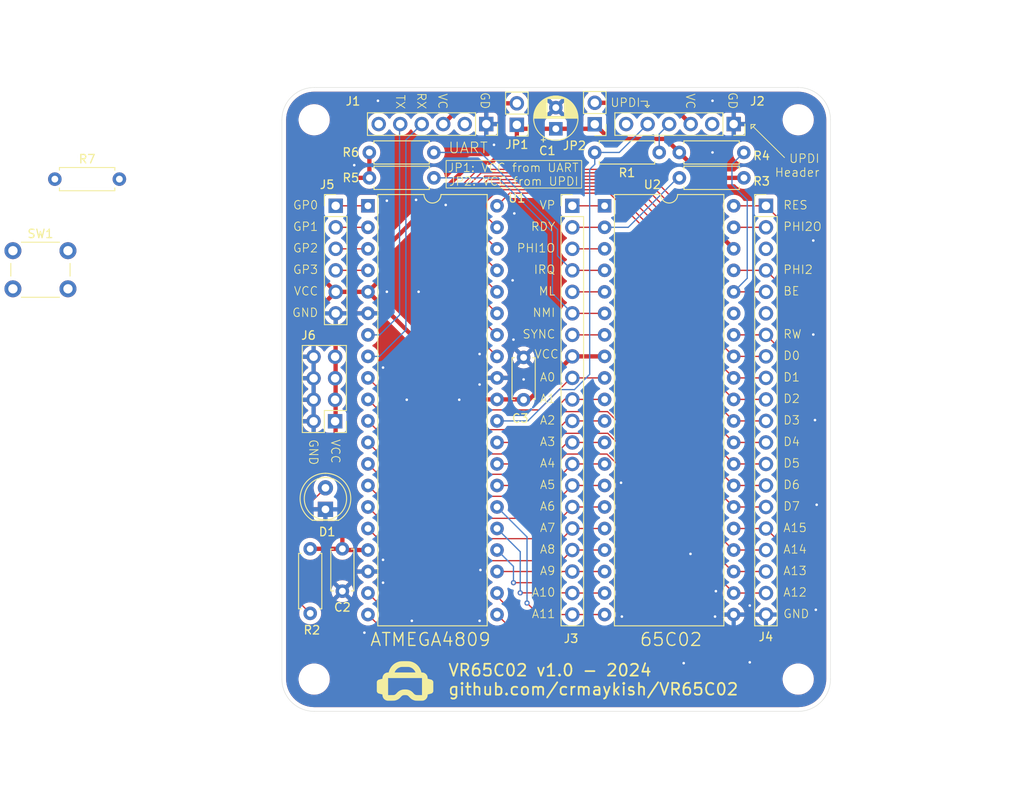
<source format=kicad_pcb>
(kicad_pcb (version 20240108) (generator "pcbnew") (generator_version "8.0")
  (layers (0 "F.Cu" signal) (31 "B.Cu" signal) (34 "B.Paste" user) (35 "F.Paste" user) (36 "B.SilkS" user "B.Silkscreen") (37 "F.SilkS" user "F.Silkscreen") (38 "B.Mask" user) (39 "F.Mask" user) (44 "Edge.Cuts" user))
  (net 0 "")
  (net 1 "GND")
  (net 2 "/A1")
  (net 3 "/D0")
  (net 4 "/D3")
  (net 5 "/A10")
  (net 6 "/A12")
  (net 7 "/D1")
  (net 8 "/A5")
  (net 9 "/D5")
  (net 10 "/A8")
  (net 11 "/A2")
  (net 12 "/A7")
  (net 13 "/A13")
  (net 14 "/A11")
  (net 15 "/A14")
  (net 16 "+5V")
  (net 17 "/A0")
  (net 18 "/A15")
  (net 19 "/A6")
  (net 20 "/D6")
  (net 21 "/D7")
  (net 22 "/D4")
  (net 23 "/D2")
  (net 24 "/A9")
  (net 26 "/A4")
  (net 28 "Net-(J1-Pin_3)")
  (net 30 "/GP0")
  (net 31 "/GP2")
  (net 32 "/A3")
  (net 33 "/GP3")
  (net 34 "/GP1")
  (net 35 "/RES")
  (net 36 "/RW")
  (net 37 "Net-(J2-Pin_3)")
  (net 38 "UPDI")
  (net 41 "/PHI2")
  (net 42 "/BE")
  (net 43 "/PHI2O")
  (net 44 "/ML")
  (net 45 "/RDY")
  (net 46 "/NMI")
  (net 47 "/IRQ")
  (net 49 "/SYNC")
  (net 50 "/VP")
  (net 51 "/PHI1O")
  (net 52 "Net-(D1-A)")
  (net 54 "/TX")
  (net 55 "/RX")
  (net 56 "Net-(J2-Pin_4)")
  (net 57 "/SOFT_RES")
  (footprint "Resistor_THT:R_Axial_DIN0207_L6.3mm_D2.5mm_P7.62mm_Horizontal" (layer "F.Cu") (at 40.8 31.8 180)
    (property "Reference" "R6")
    (property "Value" "4k7")
  )
  (footprint "Button_Switch_THT:SW_PUSH_6mm_H5mm" (layer "F.Cu") (at -8.9 43.4)
    (property "Reference" "SW1")
    (property "Value" "SW_Push")
  )
  (footprint "Capacitor_THT:C_Disc_D4.7mm_W2.5mm_P5.00mm" (layer "F.Cu") (at 30 78.6 -90)
    (property "Reference" "C2")
    (property "Value" "0.1u")
  )
  (footprint "Resistor_THT:R_Axial_DIN0207_L6.3mm_D2.5mm_P7.62mm_Horizontal" (layer "F.Cu") (at 40.81 34.8 180)
    (property "Reference" "R5")
    (property "Value" "4k7")
  )
  (footprint "Capacitor_THT:C_Disc_D4.7mm_W2.5mm_P5.00mm" (layer "F.Cu") (at 51.4 61 90)
    (property "Reference" "C3")
    (property "Value" "0.1u")
  )
  (footprint "Package_DIP:DIP-40_W15.24mm" (layer "F.Cu") (at 33.02 38.1)
    (property "Reference" "U1")
    (property "Value" "ATMEGA4809")
  )
  (footprint "Resistor_THT:R_Axial_DIN0207_L6.3mm_D2.5mm_P7.62mm_Horizontal" (layer "F.Cu") (at 26.2 86.22 90)
    (property "Reference" "R2")
    (property "Value" "470")
  )
  (footprint "MountingHole:MountingHole_3.2mm_M3" (layer "F.Cu") (at 26.67 27.94)
    (property "Reference" "H1" (hide yes))
    (property "Value" "MountingHole")
  )
  (footprint "MountingHole:MountingHole_3.2mm_M3" (layer "F.Cu") (at 83.82 27.94)
    (property "Reference" "H2" (hide yes))
    (property "Value" "MountingHole")
  )
  (footprint "Resistor_THT:R_Axial_DIN0207_L6.3mm_D2.5mm_P7.62mm_Horizontal" (layer "F.Cu") (at 77.4 31.8 180)
    (property "Reference" "R4")
    (property "Value" "4k7")
  )
  (footprint "Resistor_THT:R_Axial_DIN0207_L6.3mm_D2.5mm_P7.62mm_Horizontal" (layer "F.Cu") (at -3.95 34.95)
    (property "Reference" "R7")
    (property "Value" "10k")
  )
  (footprint "Resistor_THT:R_Axial_DIN0207_L6.3mm_D2.5mm_P7.62mm_Horizontal" (layer "F.Cu") (at 69.79 34.8)
    (property "Reference" "R3")
    (property "Value" "4k7")
  )
  (footprint "Connector_PinHeader_2.54mm:PinHeader_1x06_P2.54mm_Vertical" (layer "F.Cu") (at 29.21 38.1)
    (property "Reference" "J5")
    (property "Value" "Conn_01x06")
  )
  (footprint "Connector_PinHeader_2.54mm:PinHeader_1x02_P2.54mm_Vertical" (layer "F.Cu") (at 50.6 28.54 180)
    (property "Reference" "JP1")
    (property "Value" "Jumper_2_Open")
  )
  (footprint "Connector_PinHeader_2.54mm:PinHeader_1x02_P2.54mm_Vertical" (layer "F.Cu") (at 59.8 28.475 180)
    (property "Reference" "JP2")
    (property "Value" "Jumper_2_Open")
  )
  (footprint "MountingHole:MountingHole_3.2mm_M3" (layer "F.Cu") (at 26.67 93.98)
    (property "Reference" "H3" (hide yes))
    (property "Value" "MountingHole")
  )
  (footprint "Connector_PinSocket_2.54mm:PinSocket_1x06_P2.54mm_Vertical" (layer "F.Cu") (at 46.99 28.448 -90)
    (property "Reference" "J1")
    (property "Value" "Conn_01x06")
  )
  (footprint "Resistor_THT:R_Axial_DIN0207_L6.3mm_D2.5mm_P7.62mm_Horizontal" (layer "F.Cu") (at 59.79 31.8)
    (property "Reference" "R1")
    (property "Value" "4k7")
  )
  (footprint "LED_THT:LED_D5.0mm" (layer "F.Cu") (at 28 73.94 90)
    (property "Reference" "D1")
    (property "Value" "LED")
  )
  (footprint "Connector_PinHeader_2.54mm:PinHeader_2x04_P2.54mm_Vertical" (layer "F.Cu") (at 29.14 63.54 180)
    (property "Reference" "J6")
    (property "Value" "Conn_02x04_Odd_Even")
  )
  (footprint "Connector_PinHeader_2.54mm:PinHeader_1x20_P2.54mm_Vertical" (layer "F.Cu") (at 57.15 38.1)
    (property "Reference" "J3")
    (property "Value" "Conn_01x20")
  )
  (footprint "Package_DIP:DIP-40_W15.24mm" (layer "F.Cu") (at 60.96 38.1)
    (property "Reference" "U2")
    (property "Value" "W65C02")
  )
  (footprint "Capacitor_THT:CP_Radial_D5.0mm_P2.50mm" (layer "F.Cu") (at 55.2 29.005112 90)
    (property "Reference" "C1")
    (property "Value" "10u")
  )
  (footprint "MountingHole:MountingHole_3.2mm_M3" (layer "F.Cu") (at 83.82 93.98)
    (property "Reference" "H4" (hide yes))
    (property "Value" "MountingHole")
  )
  (footprint "Connector_PinSocket_2.54mm:PinSocket_1x06_P2.54mm_Vertical" (layer "F.Cu") (at 76.2 28.448 -90)
    (property "Reference" "J2")
    (property "Value" "Conn_01x06")
  )
  (footprint "LOGO" (layer "F.Cu") (at 37.4 94.2)
    (property "Reference" "G***" (hide yes))
    (property "Value" "LOGO" (hide yes))
  )
  (footprint "Connector_PinHeader_2.54mm:PinHeader_1x20_P2.54mm_Vertical" (layer "F.Cu") (at 80.01 38.1)
    (property "Reference" "J4")
    (property "Value" "Conn_01x20")
  )
  (gr_line (start 78.5 28.75) (end 82.2 32.4) (stroke (width 0.1)) (layer "F.SilkS"))
  (gr_line (start 65.75 26.25) (end 66 26.5) (stroke (width 0.1)) (layer "F.SilkS"))
  (gr_line (start 65.25 25.75) (end 66 25.75) (stroke (width 0.1)) (layer "F.SilkS"))
  (gr_line (start 66 25.75) (end 66 26.25) (stroke (width 0.1)) (layer "F.SilkS"))
  (gr_rect (start 42.25 32.75) (end 58.25 36) (stroke (width 0.1)) (fill none) (layer "F.SilkS"))
  (gr_line (start 78.75 28.5) (end 78.25 29) (stroke (width 0.1)) (layer "F.SilkS"))
  (gr_line (start 78.25 28.5) (end 78.75 28.5) (stroke (width 0.1)) (layer "F.SilkS"))
  (gr_line (start 66.25 26.25) (end 65.75 26.25) (stroke (width 0.1)) (layer "F.SilkS"))
  (gr_line (start 78.25 29) (end 78.25 28.5) (stroke (width 0.1)) (layer "F.SilkS"))
  (gr_line (start 66 26.5) (end 66.25 26.25) (stroke (width 0.1)) (layer "F.SilkS"))
  (gr_line (start 83.82 97.79) (end 26.67 97.79) (stroke (width 0.05)) (layer "Edge.Cuts"))
  (gr_arc (start 26.67 97.79) (mid 23.975923 96.674077) (end 22.86 93.98) (stroke (width 0.05)) (layer "Edge.Cuts"))
  (gr_arc (start 87.63 93.98) (mid 86.514077 96.674077) (end 83.82 97.79) (stroke (width 0.05)) (layer "Edge.Cuts"))
  (gr_line (start 87.63 27.94) (end 87.63 93.98) (stroke (width 0.05)) (layer "Edge.Cuts"))
  (gr_arc (start 22.86 27.94) (mid 23.975923 25.245923) (end 26.67 24.13) (stroke (width 0.05)) (layer "Edge.Cuts"))
  (gr_line (start 22.86 93.98) (end 22.86 27.94) (stroke (width 0.05)) (layer "Edge.Cuts"))
  (gr_line (start 26.67 24.13) (end 83.82 24.13) (stroke (width 0.05)) (layer "Edge.Cuts"))
  (gr_arc (start 83.82 24.13) (mid 86.514077 25.245923) (end 87.63 27.94) (stroke (width 0.05)) (layer "Edge.Cuts"))
  (gr_text "D4" (at 82 66.54 0) (layer "F.SilkS") (effects (font (size 1 1) (thickness 0.1)) (justify left bottom)))
  (gr_text "RX" (at 38.75 26.75 270) (layer "F.SilkS") (effects (font (size 1 1) (thickness 0.1)) (justify right bottom)))
  (gr_text "IRQ" (at 55.2 46.22 0) (layer "F.SilkS") (effects (font (size 1 1) (thickness 0.1)) (justify right bottom)))
  (gr_text "VP" (at 55.2 38.6 0) (layer "F.SilkS") (effects (font (size 1 1) (thickness 0.1)) (justify right bottom)))
  (gr_text "TX" (at 36.25 26.75 -90) (layer "F.SilkS") (effects (font (size 1 1) (thickness 0.1)) (justify right bottom)))
  (gr_text "NMI" (at 55.2 51.3 0) (layer "F.SilkS") (effects (font (size 1 1) (thickness 0.1)) (justify right bottom)))
  (gr_text "GP2" (at 27.2 43.68 0) (layer "F.SilkS") (effects (font (size 1 1) (thickness 0.1)) (justify right bottom)))
  (gr_text "D3" (at 82 64 0) (layer "F.SilkS") (effects (font (size 1 1) (thickness 0.1)) (justify left bottom)))
  (gr_text "A0" (at 55.2 58.92 0) (layer "F.SilkS") (effects (font (size 1 1) (thickness 0.1)) (justify right bottom)))
  (gr_text "A10" (at 55.2 84.32 0) (layer "F.SilkS") (effects (font (size 1 1) (thickness 0.1)) (justify right bottom)))
  (gr_text "GP0" (at 27.2 38.6 0) (layer "F.SilkS") (effects (font (size 1 1) (thickness 0.1)) (justify right bottom)))
  (gr_text "GP3" (at 27.2 46.22 0) (layer "F.SilkS") (effects (font (size 1 1) (thickness 0.1)) (justify right bottom)))
  (gr_text "VC" (at 41.25 26.75 270) (layer "F.SilkS") (effects (font (size 1 1) (thickness 0.1)) (justify right bottom)))
  (gr_text "GD" (at 75.5 26.75 270) (layer "F.SilkS") (effects (font (size 1 1) (thickness 0.1)) (justify right bottom)))
  (gr_text "A2" (at 55.2 64 0) (layer "F.SilkS") (effects (font (size 1 1) (thickness 0.1)) (justify right bottom)))
  (gr_text "RW" (at 82 53.84 0) (layer "F.SilkS") (effects (font (size 1 1) (thickness 0.1)) (justify left bottom)))
  (gr_text "A1" (at 55.2 61.46 0) (layer "F.SilkS") (effects (font (size 1 1) (thickness 0.1)) (justify right bottom)))
  (gr_text "A5" (at 55.2 71.62 0) (layer "F.SilkS") (effects (font (size 1 1) (thickness 0.1)) (justify right bottom)))
  (gr_text "A7" (at 55.2 76.7 0) (layer "F.SilkS") (effects (font (size 1 1) (thickness 0.1)) (justify right bottom)))
  (gr_text "UPDI\nHeader" (at 86.4 34.75 0) (layer "F.SilkS") (effects (font (size 1.016 1.016) (thickness 0.1)) (justify right bottom)))
  (gr_text "PHI2O" (at 82 41.14 0) (layer "F.SilkS") (effects (font (size 1 1) (thickness 0.1)) (justify left bottom)))
  (gr_text "VR65C02 v1.0 - 2024\ngithub.com/crmaykish/VR65C02" (at 42.4 96 0) (layer "F.SilkS") (effects (font (size 1.397 1.397) (thickness 0.2032)) (justify left bottom)))
  (gr_text "VC" (at 70.5 26.75 270) (layer "F.SilkS") (effects (font (size 1 1) (thickness 0.1)) (justify right bottom)))
  (gr_text "VCC" (at 27.2 48.76 0) (layer "F.SilkS") (effects (font (size 1 1) (thickness 0.1)) (justify right bottom)))
  (gr_text "D1" (at 82 58.92 0) (layer "F.SilkS") (effects (font (size 1 1) (thickness 0.1)) (justify left bottom)))
  (gr_text "A15" (at 82 76.7 0) (layer "F.SilkS") (effects (font (size 1 1) (thickness 0.1)) (justify left bottom)))
  (gr_text "D7" (at 82 74.16 0) (layer "F.SilkS") (effects (font (size 1 1) (thickness 0.1)) (justify left bottom)))
  (gr_text "ATMEGA4809" (at 40.4 90.2 0) (layer "F.SilkS") (effects (font (size 1.524 1.524) (thickness 0.1524)) (justify bottom)))
  (gr_text "D2" (at 82 61.46 0) (layer "F.SilkS") (effects (font (size 1 1) (thickness 0.1)) (justify left bottom)))
  (gr_text "A4" (at 55.2 69.08 0) (layer "F.SilkS") (effects (font (size 1 1) (thickness 0.1)) (justify right bottom)))
  (gr_text "ML" (at 55.2 48.76 0) (layer "F.SilkS") (effects (font (size 1 1) (thickness 0.1)) (justify right bottom)))
  (gr_text "RES" (at 82 38.6 0) (layer "F.SilkS") (effects (font (size 1 1) (thickness 0.1)) (justify left bottom)))
  (gr_text "BE" (at 82 48.76 0) (layer "F.SilkS") (effects (font (size 1 1) (thickness 0.1)) (justify left bottom)))
  (gr_text "UPDI" (at 65.25 26.5 0) (layer "F.SilkS") (effects (font (size 1 1) (thickness 0.1)) (justify right bottom)))
  (gr_text "VCC" (at 28.6 65.6 270) (layer "F.SilkS") (effects (font (size 1 1) (thickness 0.1)) (justify left bottom)))
  (gr_text "PHI1O" (at 55.2 43.68 0) (layer "F.SilkS") (effects (font (size 1 1) (thickness 0.1)) (justify right bottom)))
  (gr_text "GP1" (at 27.2 41.14 0) (layer "F.SilkS") (effects (font (size 1 1) (thickness 0.1)) (justify right bottom)))
  (gr_text "JP1: VCC from UART\nJP2: VCC from UPDI\n" (at 57.95 35.8 0) (layer "F.SilkS") (effects (font (size 1 1) (thickness 0.1)) (justify right bottom)))
  (gr_text "SYNC" (at 55.2 53.84 0) (layer "F.SilkS") (effects (font (size 1 1) (thickness 0.1)) (justify right bottom)))
  (gr_text "GND" (at 27.2 51.3 0) (layer "F.SilkS") (effects (font (size 1 1) (thickness 0.1)) (justify right bottom)))
  (gr_text "GND" (at 82 86.86 0) (layer "F.SilkS") (effects (font (size 1 1) (thickness 0.1)) (justify left bottom)))
  (gr_text "A13" (at 82 81.78 0) (layer "F.SilkS") (effects (font (size 1 1) (thickness 0.1)) (justify left bottom)))
  (gr_text "65C02" (at 68.8 90.2 0) (layer "F.SilkS") (effects (font (size 1.524 1.524) (thickness 0.1524)) (justify bottom)))
  (gr_text "D5" (at 82 69.08 0) (layer "F.SilkS") (effects (font (size 1 1) (thickness 0.1)) (justify left bottom)))
  (gr_text "D6" (at 82 71.62 0) (layer "F.SilkS") (effects (font (size 1 1) (thickness 0.1)) (justify left bottom)))
  (gr_text "VCC" (at 55.6 56.2 0) (layer "F.SilkS") (effects (font (size 1 1) (thickness 0.1)) (justify right bottom)))
  (gr_text "RDY" (at 55.2 41.14 0) (layer "F.SilkS") (effects (font (size 1 1) (thickness 0.1)) (justify right bottom)))
  (gr_text "A6" (at 55.2 74.16 0) (layer "F.SilkS") (effects (font (size 1 1) (thickness 0.1)) (justify right bottom)))
  (gr_text "A9" (at 55.2 81.78 0) (layer "F.SilkS") (effects (font (size 1 1) (thickness 0.1)) (justify right bottom)))
  (gr_text "A12" (at 82 84.32 0) (layer "F.SilkS") (effects (font (size 1 1) (thickness 0.1)) (justify left bottom)))
  (gr_text "A8" (at 55.2 79.24 0) (layer "F.SilkS") (effects (font (size 1 1) (thickness 0.1)) (justify right bottom)))
  (gr_text "PHI2" (at 82 46.22 0) (layer "F.SilkS") (effects (font (size 1 1) (thickness 0.1)) (justify left bottom)))
  (gr_text "A3" (at 55.2 66.54 0) (layer "F.SilkS") (effects (font (size 1 1) (thickness 0.1)) (justify right bottom)))
  (gr_text "GND" (at 26 65.6 270) (layer "F.SilkS") (effects (font (size 1 1) (thickness 0.1)) (justify left bottom)))
  (gr_text "UART" (at 47.25 32 0) (layer "F.SilkS") (effects (font (size 1.27 1.27) (thickness 0.1)) (justify right bottom)))
  (gr_text "GD" (at 46.25 26.75 270) (layer "F.SilkS") (effects (font (size 1 1) (thickness 0.1)) (justify right bottom)))
  (gr_text "D0" (at 82 56.38 0) (layer "F.SilkS") (effects (font (size 1 1) (thickness 0.1)) (justify left bottom)))
  (gr_text "A11" (at 55.2 86.86 0) (layer "F.SilkS") (effects (font (size 1 1) (thickness 0.1)) (justify right bottom)))
  (gr_text "A14" (at 82 79.24 0) (layer "F.SilkS") (effects (font (size 1 1) (thickness 0.1)) (justify left bottom)))
  (via (at 46.2 87.1) (size 0.6096) (drill 0.3048) (layers "F.Cu" "B.Cu") (net 1))
  (via (at 42.2 38) (size 0.6096) (drill 0.3048) (layers "F.Cu" "B.Cu") (net 1))
  (via (at 43.8 61) (size 0.6096) (drill 0.3048) (layers "F.Cu" "B.Cu") (net 1))
  (via (at 50.2 53.9) (size 0.6096) (drill 0.3048) (layers "F.Cu" "B.Cu") (net 1))
  (via (at 50.3 39) (size 0.6096) (drill 0.3048) (layers "F.Cu" "B.Cu") (net 1))
  (via (at 74.1 83.6) (size 0.6096) (drill 0.3048) (layers "F.Cu" "B.Cu") (net 1))
  (via (at 46.2 55.6) (size 0.6096) (drill 0.3048) (layers "F.Cu" "B.Cu") (net 1))
  (via (at 62.9 70.8) (size 0.6096) (drill 0.3048) (layers "F.Cu" "B.Cu") (net 1))
  (via (at 35.25 48.25) (size 0.8128) (drill 0.3048) (layers "F.Cu" "B.Cu") (net 1))
  (via (at 34.8 79.9) (size 0.6096) (drill 0.3048) (layers "F.Cu" "B.Cu") (net 1))
  (via (at 34.8 82.6) (size 0.6096) (drill 0.3048) (layers "F.Cu" "B.Cu") (net 1))
  (via (at 71.1 79.2) (size 0.6096) (drill 0.3048) (layers "F.Cu" "B.Cu") (net 1))
  (via (at 38.2 87.1) (size 0.6096) (drill 0.3048) (layers "F.Cu" "B.Cu") (net 1))
  (via (at 85.8 63.4) (size 0.6096) (drill 0.3048) (layers "F.Cu" "B.Cu") (net 1))
  (via (at 34.2 25.7) (size 0.6096) (drill 0.3048) (layers "F.Cu" "B.Cu") (net 1))
  (via (at 74 86.6) (size 0.6096) (drill 0.3048) (layers "F.Cu" "B.Cu") (net 1))
  (via (at 38.7 37.4) (size 0.8128) (drill 0.3048) (layers "F.Cu" "B.Cu") (net 1))
  (via (at 73.7 31.8) (size 0.6096) (drill 0.3048) (layers "F.Cu" "B.Cu") (net 1))
  (via (at 73.7 25.7) (size 0.6096) (drill 0.3048) (layers "F.Cu" "B.Cu") (net 1))
  (via (at 50.1 46.9) (size 0.6096) (drill 0.3048) (layers "F.Cu" "B.Cu") (net 1))
  (via (at 31.4 33.3) (size 0.6096) (drill 0.3048) (layers "F.Cu" "B.Cu") (net 1))
  (via (at 78.1 85.3) (size 0.6096) (drill 0.3048) (layers "F.Cu" "B.Cu") (net 1))
  (via (at 63 86.6) (size 0.6096) (drill 0.3048) (layers "F.Cu" "B.Cu") (net 1))
  (via (at 46.3 81.1) (size 0.6096) (drill 0.3048) (layers "F.Cu" "B.Cu") (net 1))
  (via (at 85.9 85.8) (size 0.6096) (drill 0.3048) (layers "F.Cu" "B.Cu") (net 1))
  (via (at 51.4 58.6) (size 0.6096) (drill 0.3048) (layers "F.Cu" "B.Cu") (net 1))
  (via (at 35.25 37.5) (size 0.8128) (drill 0.3048) (layers "F.Cu" "B.Cu") (net 1))
  (via (at 70.3 92.1) (size 0.6096) (drill 0.3048) (layers "F.Cu" "B.Cu") (net 1))
  (via (at 86 73.4) (size 0.6096) (drill 0.3048) (layers "F.Cu" "B.Cu") (net 1))
  (via (at 37.6 61) (size 0.6096) (drill 0.3048) (layers "F.Cu" "B.Cu") (net 1))
  (via (at 47.9 30.9) (size 0.6096) (drill 0.3048) (layers "F.Cu" "B.Cu") (net 1))
  (via (at 34.8 57.2) (size 0.6096) (drill 0.3048) (layers "F.Cu" "B.Cu") (net 1))
  (via (at 85.6 42.2) (size 0.6096) (drill 0.3048) (layers "F.Cu" "B.Cu") (net 1))
  (via (at 39 48.25) (size 0.8128) (drill 0.3048) (layers "F.Cu" "B.Cu") (net 1))
  (via (at 78.1 92) (size 0.6096) (drill 0.3048) (layers "F.Cu" "B.Cu") (net 1))
  (via (at 85.6 53.3) (size 0.6096) (drill 0.3048) (layers "F.Cu" "B.Cu") (net 1))
  (via (at 32.6 88.5) (size 0.6096) (drill 0.3048) (layers "F.Cu" "B.Cu") (net 1))
  (via (at 46.2 59.2) (size 0.6096) (drill 0.3048) (layers "F.Cu" "B.Cu") (net 1))
  (segment (start 52.6714 64.5286) (end 56.24 60.96) (width 0.1524) (layer "F.Cu") (net 2))
  (segment (start 33.02 60.96) (end 36.5886 64.5286) (width 0.1524) (layer "F.Cu") (net 2))
  (segment (start 36.5886 64.5286) (end 52.6714 64.5286) (width 0.1524) (layer "F.Cu") (net 2))
  (segment (start 57.15 60.96) (end 60.96 60.96) (width 0.1524) (layer "F.Cu") (net 2))
  (segment (start 56.24 60.96) (end 57.15 60.96) (width 0.1524) (layer "F.Cu") (net 2))
  (segment (start 43.4 51.02) (end 48.26 55.88) (width 0.1524) (layer "F.Cu") (net 3))
  (segment (start 74.8 54.48) (end 74.8 43) (width 0.1524) (layer "F.Cu") (net 3))
  (segment (start 80.01 55.88) (end 76.2 55.88) (width 0.1524) (layer "F.Cu") (net 3))
  (segment (start 65.6 33.8) (end 46 33.8) (width 0.1524) (layer "F.Cu") (net 3))
  (segment (start 76.2 55.88) (end 74.8 54.48) (width 0.1524) (layer "F.Cu") (net 3))
  (segment (start 46 33.8) (end 43.4 36.4) (width 0.1524) (layer "F.Cu") (net 3))
  (segment (start 74.8 43) (end 65.6 33.8) (width 0.1524) (layer "F.Cu") (net 3))
  (segment (start 43.4 36.4) (end 43.4 51.02) (width 0.1524) (layer "F.Cu") (net 3))
  (segment (start 45.2 45.2) (end 48.26 48.26) (width 0.1524) (layer "F.Cu") (net 4))
  (segment (start 76.2 63.5) (end 73 60.3) (width 0.1524) (layer "F.Cu") (net 4))
  (segment (start 76.2 63.5) (end 80.01 63.5) (width 0.1524) (layer "F.Cu") (net 4))
  (segment (start 45.2 37) (end 45.2 45.2) (width 0.1524) (layer "F.Cu") (net 4))
  (segment (start 47.2 35) (end 45.2 37) (width 0.1524) (layer "F.Cu") (net 4))
  (segment (start 73 44.2) (end 63.8 35) (width 0.1524) (layer "F.Cu") (net 4))
  (segment (start 63.8 35) (end 47.2 35) (width 0.1524) (layer "F.Cu") (net 4))
  (segment (start 73 60.3) (end 73 44.2) (width 0.1524) (layer "F.Cu") (net 4))
  (segment (start 57.15 83.82) (end 60.96 83.82) (width 0.1524) (layer "F.Cu") (net 5))
  (segment (start 57.13 83.8) (end 57.15 83.82) (width 0.1524) (layer "F.Cu") (net 5))
  (segment (start 51 83.8) (end 57.13 83.8) (width 0.1524) (layer "F.Cu") (net 5))
  (via (at 51 83.8) (size 0.6096) (drill 0.3048) (layers "F.Cu" "B.Cu") (net 5))
  (segment (start 51 83.8) (end 51 78.94) (width 0.1524) (layer "B.Cu") (net 5))
  (segment (start 51 78.94) (end 48.26 76.2) (width 0.1524) (layer "B.Cu") (net 5))
  (segment (start 56.389474 67.410526) (end 52.68 71.12) (width 0.1524) (layer "F.Cu") (net 6))
  (segment (start 72.4 78.565339) (end 61.245187 67.410526) (width 0.1524) (layer "F.Cu") (net 6))
  (segment (start 52.68 71.12) (end 48.26 71.12) (width 0.1524) (layer "F.Cu") (net 6))
  (segment (start 76.2 83.82) (end 76.2 83.8) (width 0.1524) (layer "F.Cu") (net 6))
  (segment (start 72.4 80) (end 72.4 78.565339) (width 0.1524) (layer "F.Cu") (net 6))
  (segment (start 76.2 83.8) (end 72.4 80) (width 0.1524) (layer "F.Cu") (net 6))
  (segment (start 76.2 83.82) (end 80.01 83.82) (width 0.1524) (layer "F.Cu") (net 6))
  (segment (start 61.245187 67.410526) (end 56.389474 67.410526) (width 0.1524) (layer "F.Cu") (net 6))
  (segment (start 46.4 34.2) (end 44 36.6) (width 0.1524) (layer "F.Cu") (net 7))
  (segment (start 74.2 56.42) (end 74.2 43.4) (width 0.1524) (layer "F.Cu") (net 7))
  (segment (start 44 36.6) (end 44 49.08) (width 0.1524) (layer "F.Cu") (net 7))
  (segment (start 76.2 58.42) (end 80.01 58.42) (width 0.1524) (layer "F.Cu") (net 7))
  (segment (start 65 34.2) (end 46.4 34.2) (width 0.1524) (layer "F.Cu") (net 7))
  (segment (start 76.2 58.42) (end 74.2 56.42) (width 0.1524) (layer "F.Cu") (net 7))
  (segment (start 44 49.08) (end 48.26 53.34) (width 0.1524) (layer "F.Cu") (net 7))
  (segment (start 74.2 43.4) (end 65 34.2) (width 0.1524) (layer "F.Cu") (net 7))
  (segment (start 33.02 71.12) (end 36.9 75) (width 0.1524) (layer "F.Cu") (net 8))
  (segment (start 57.15 71.12) (end 60.96 71.12) (width 0.1524) (layer "F.Cu") (net 8))
  (segment (start 36.9 75) (end 53.27 75) (width 0.1524) (layer "F.Cu") (net 8))
  (segment (start 53.27 75) (end 57.15 71.12) (width 0.1524) (layer "F.Cu") (net 8))
  (segment (start 46.4 37.4) (end 46.4 41.32) (width 0.1524) (layer "F.Cu") (net 9))
  (segment (start 48 35.8) (end 46.4 37.4) (width 0.1524) (layer "F.Cu") (net 9))
  (segment (start 71.8 64.18) (end 71.8 45) (width 0.1524) (layer "F.Cu") (net 9))
  (segment (start 71.8 45) (end 62.6 35.8) (width 0.1524) (layer "F.Cu") (net 9))
  (segment (start 46.4 41.32) (end 48.26 43.18) (width 0.1524) (layer "F.Cu") (net 9))
  (segment (start 76.2 68.58) (end 71.8 64.18) (width 0.1524) (layer "F.Cu") (net 9))
  (segment (start 80.01 68.58) (end 76.2 68.58) (width 0.1524) (layer "F.Cu") (net 9))
  (segment (start 62.6 35.8) (end 48 35.8) (width 0.1524) (layer "F.Cu") (net 9))
  (segment (start 48.26 81.28) (end 54.61 81.28) (width 0.1524) (layer "F.Cu") (net 10))
  (segment (start 54.61 81.28) (end 57.15 78.74) (width 0.1524) (layer "F.Cu") (net 10))
  (segment (start 57.15 78.74) (end 60.96 78.74) (width 0.1524) (layer "F.Cu") (net 10))
  (segment (start 36.92 67.4) (end 52.525 67.4) (width 0.1524) (layer "F.Cu") (net 11))
  (segment (start 33.02 63.5) (end 36.92 67.4) (width 0.1524) (layer "F.Cu") (net 11))
  (segment (start 52.525 67.4) (end 56.425 63.5) (width 0.1524) (layer "F.Cu") (net 11))
  (segment (start 56.425 63.5) (end 57.15 63.5) (width 0.1524) (layer "F.Cu") (net 11))
  (segment (start 60.96 63.5) (end 57.15 63.5) (width 0.1524) (layer "F.Cu") (net 11))
  (segment (start 53.35 80) (end 57.15 76.2) (width 0.1524) (layer "F.Cu") (net 12))
  (segment (start 33.02 76.2) (end 36.82 80) (width 0.1524) (layer "F.Cu") (net 12))
  (segment (start 36.82 80) (end 53.35 80) (width 0.1524) (layer "F.Cu") (net 12))
  (segment (start 60.96 76.2) (end 57.15 76.2) (width 0.1524) (layer "F.Cu") (net 12))
  (segment (start 76.08 81.28) (end 73.6 78.8) (width 0.1524) (layer "F.Cu") (net 13))
  (segment (start 52.62 68.58) (end 48.26 68.58) (width 0.1524) (layer "F.Cu") (net 13))
  (segment (start 73.6 78.8) (end 73.6 77.225339) (width 0.1524) (layer "F.Cu") (net 13))
  (segment (start 73.6 77.225339) (end 61.336061 64.9614) (width 0.1524) (layer "F.Cu") (net 13))
  (segment (start 61.336061 64.9614) (end 56.2386 64.9614) (width 0.1524) (layer "F.Cu") (net 13))
  (segment (start 76.2 81.28) (end 80.01 81.28) (width 0.1524) (layer "F.Cu") (net 13))
  (segment (start 56.2386 64.9614) (end 52.62 68.58) (width 0.1524) (layer "F.Cu") (net 13))
  (segment (start 76.2 81.28) (end 76.08 81.28) (width 0.1524) (layer "F.Cu") (net 13))
  (segment (start 53.16 86.36) (end 57.15 86.36) (width 0.1524) (layer "F.Cu") (net 14))
  (segment (start 57.15 86.36) (end 60.96 86.36) (width 0.1524) (layer "F.Cu") (net 14))
  (segment (start 51.8 85) (end 53.16 86.36) (width 0.1524) (layer "F.Cu") (net 14))
  (via (at 51.8 85) (size 0.6096) (drill 0.3048) (layers "F.Cu" "B.Cu") (net 14))
  (segment (start 51.8 85) (end 51.8 77.2) (width 0.1524) (layer "B.Cu") (net 14))
  (segment (start 51.8 77.2) (end 48.26 73.66) (width 0.1524) (layer "B.Cu") (net 14))
  (segment (start 80.01 78.74) (end 76.2 78.74) (width 0.1524) (layer "F.Cu") (net 15))
  (segment (start 52.56 66.04) (end 48.26 66.04) (width 0.1524) (layer "F.Cu") (net 15))
  (segment (start 76.2 78.74) (end 76.14 78.74) (width 0.1524) (layer "F.Cu") (net 15))
  (segment (start 56.2 62.4) (end 52.56 66.04) (width 0.1524) (layer "F.Cu") (net 15))
  (segment (start 61.314661 62.4) (end 56.2 62.4) (width 0.1524) (layer "F.Cu") (net 15))
  (segment (start 74.8 77.4) (end 74.8 75.885339) (width 0.1524) (layer "F.Cu") (net 15))
  (segment (start 76.14 78.74) (end 74.8 77.4) (width 0.1524) (layer "F.Cu") (net 15))
  (segment (start 74.8 75.885339) (end 61.314661 62.4) (width 0.1524) (layer "F.Cu") (net 15))
  (segment (start 33.02 48.26) (end 29.21 48.26) (width 0.508) (layer "F.Cu") (net 16))
  (segment (start 51.065112 29.005112) (end 55.2 29.005112) (width 0.508) (layer "F.Cu") (net 16))
  (segment (start 30 78.6) (end 26.2 78.6) (width 0.508) (layer "F.Cu") (net 16))
  (segment (start 45.76 60.96) (end 33.06 48.26) (width 0.508) (layer "F.Cu") (net 16))
  (segment (start 51 61) (end 52.03 61) (width 0.508) (layer "F.Cu") (net 16))
  (segment (start 34.8 46.48) (end 33.02 48.26) (width 0.508) (layer "F.Cu") (net 16))
  (segment (start 29.2 65) (end 29.2 54.6) (width 0.508) (layer "F.Cu") (net 16))
  (segment (start 29.2 54.6) (end 27.4 52.8) (width 0.508) (layer "F.Cu") (net 16))
  (segment (start 59.8 28.475) (end 59.269888 29.005112) (width 0.508) (layer "F.Cu") (net 16))
  (segment (start 30 65.8) (end 29.2 65) (width 0.508) (layer "F.Cu") (net 16))
  (segment (start 27.4 46.45) (end 27.4 37) (width 0.508) (layer "F.Cu") (net 16))
  (segment (start 50.6 28.54) (end 50.6 30) (width 0.508) (layer "F.Cu") (net 16))
  (segment (start 33.19 34.8) (end 33.19 31.81) (width 0.508) (layer "F.Cu") (net 16))
  (segment (start 33.06 48.26) (end 33.02 48.26) (width 0.508) (layer "F.Cu") (net 16))
  (segment (start 29.6 34.8) (end 33.19 34.8) (width 0.508) (layer "F.Cu") (net 16))
  (segment (start 29.21 48.26) (end 27.4 46.45) (width 0.508) (layer "F.Cu") (net 16))
  (segment (start 59.269888 29.005112) (end 55.2 29.005112) (width 0.508) (layer "F.Cu") (net 16))
  (segment (start 50.6 28.54) (end 51.065112 29.005112) (width 0.508) (layer "F.Cu") (net 16))
  (segment (start 27.4 50.07) (end 29.21 48.26) (width 0.508) (layer "F.Cu") (net 16))
  (segment (start 27.4 52.8) (end 27.4 50.07) (width 0.508) (layer "F.Cu") (net 16))
  (segment (start 72.78 34.8) (end 69.78 31.8) (width 0.508) (layer "F.Cu") (net 16))
  (segment (start 30.14 78.74) (end 30 78.6) (width 0.508) (layer "F.Cu") (net 16))
  (segment (start 30 78.6) (end 30 65.8) (width 0.508) (layer "F.Cu") (net 16))
  (segment (start 48.26 60.96) (end 45.76 60.96) (width 0.508) (layer "F.Cu") (net 16))
  (segment (start 50.96 60.96) (end 51 61) (width 0.508) (layer "F.Cu") (net 16))
  (segment (start 69.78 31.8) (end 68.18 30.2) (width 0.508) (layer "F.Cu") (net 16))
  (segment (start 68.18 30.2) (end 61.525 30.2) (width 0.508) (layer "F.Cu") (net 16))
  (segment (start 47.6 33) (end 45.2 33) (width 0.508) (layer "F.Cu") (net 16))
  (segment (start 61.525 30.2) (end 59.8 28.475) (width 0.508) (layer "F.Cu") (net 16))
  (segment (start 45.2 33) (end 34.8 43.4) (width 0.508) (layer "F.Cu") (net 16))
  (segment (start 57.15 55.88) (end 60.96 55.88) (width 0.508) (layer "F.Cu") (net 16))
  (segment (start 77.41 34.8) (end 72.78 34.8) (width 0.508) (layer "F.Cu") (net 16))
  (segment (start 48.26 60.96) (end 50.96 60.96) (width 0.508) (layer "F.Cu") (net 16))
  (segment (start 33.02 78.74) (end 30.14 78.74) (width 0.508) (layer "F.Cu") (net 16))
  (segment (start 27.4 37) (end 29.6 34.8) (width 0.508) (layer "F.Cu") (net 16))
  (segment (start 34.8 43.4) (end 34.8 46.48) (width 0.508) (layer "F.Cu") (net 16))
  (segment (start 76.2 43.18) (end 72.78 39.76) (width 0.508) (layer "F.Cu") (net 16))
  (segment (start 72.78 39.76) (end 72.78 34.8) (width 0.508) (layer "F.Cu") (net 16))
  (segment (start 52.03 61) (end 57.15 55.88) (width 0.508) (layer "F.Cu") (net 16))
  (segment (start 50.6 30) (end 47.6 33) (width 0.508) (layer "F.Cu") (net 16))
  (segment (start 33.19 31.81) (end 33.18 31.8) (width 0.508) (layer "F.Cu") (net 16))
  (segment (start 36.8 62.2) (end 53.2 62.2) (width 0.1524) (layer "F.Cu") (net 17))
  (segment (start 56.98 58.42) (end 57.15 58.42) (width 0.1524) (layer "F.Cu") (net 17))
  (segment (start 57.15 58.42) (end 60.96 58.42) (width 0.1524) (layer "F.Cu") (net 17))
  (segment (start 33.02 58.42) (end 36.8 62.2) (width 0.1524) (layer "F.Cu") (net 17))
  (segment (start 53.2 62.2) (end 56.98 58.42) (width 0.1524) (layer "F.Cu") (net 17))
  (segment (start 80.6 87.8) (end 51.845658 87.8) (width 0.1524) (layer "F.Cu") (net 18))
  (segment (start 80.01 76.2) (end 81.6 77.79) (width 0.1524) (layer "F.Cu") (net 18))
  (segment (start 81.6 86.8) (end 80.6 87.8) (width 0.1524) (layer "F.Cu") (net 18))
  (segment (start 51.845658 87.8) (end 48.26 84.214342) (width 0.1524) (layer "F.Cu") (net 18))
  (segment (start 76.2 76.2) (end 80.01 76.2) (width 0.1524) (layer "F.Cu") (net 18))
  (segment (start 81.6 77.79) (end 81.6 86.8) (width 0.1524) (layer "F.Cu") (net 18))
  (segment (start 48.26 84.214342) (end 48.26 83.82) (width 0.1524) (layer "F.Cu") (net 18))
  (segment (start 53.41 77.4) (end 57.15 73.66) (width 0.1524) (layer "F.Cu") (net 19))
  (segment (start 33.02 73.66) (end 36.76 77.4) (width 0.1524) (layer "F.Cu") (net 19))
  (segment (start 36.76 77.4) (end 53.41 77.4) (width 0.1524) (layer "F.Cu") (net 19))
  (segment (start 57.15 73.66) (end 60.96 73.66) (width 0.1524) (layer "F.Cu") (net 19))
  (segment (start 48.4 36.2) (end 47 37.6) (width 0.1524) (layer "F.Cu") (net 20))
  (segment (start 76.2 71.12) (end 80.01 71.12) (width 0.1524) (layer "F.Cu") (net 20))
  (segment (start 47 37.6) (end 47 39.38) (width 0.1524) (layer "F.Cu") (net 20))
  (segment (start 71.2 45.425874) (end 61.974126 36.2) (width 0.1524) (layer "F.Cu") (net 20))
  (segment (start 76.2 71.12) (end 71.2 66.12) (width 0.1524) (layer "F.Cu") (net 20))
  (segment (start 71.2 66.12) (end 71.2 45.425874) (width 0.1524) (layer "F.Cu") (net 20))
  (segment (start 47 39.38) (end 48.26 40.64) (width 0.1524) (layer "F.Cu") (net 20))
  (segment (start 61.974126 36.2) (end 48.4 36.2) (width 0.1524) (layer "F.Cu") (net 20))
  (segment (start 70.6 45.6828) (end 61.5172 36.6) (width 0.1524) (layer "F.Cu") (net 21))
  (segment (start 80.01 73.66) (end 76.2 73.66) (width 0.1524) (layer "F.Cu") (net 21))
  (segment (start 61.5172 36.6) (end 49.76 36.6) (width 0.1524) (layer "F.Cu") (net 21))
  (segment (start 49.76 36.6) (end 48.26 38.1) (width 0.1524) (layer "F.Cu") (net 21))
  (segment (start 76.2 73.66) (end 70.6 68.06) (width 0.1524) (layer "F.Cu") (net 21))
  (segment (start 70.6 68.06) (end 70.6 45.6828) (width 0.1524) (layer "F.Cu") (net 21))
  (segment (start 76.2 66.04) (end 80.01 66.04) (width 0.1524) (layer "F.Cu") (net 22))
  (segment (start 76.2 66.04) (end 72.4 62.24) (width 0.1524) (layer "F.Cu") (net 22))
  (segment (start 47.6 35.4) (end 45.8 37.2) (width 0.1524) (layer "F.Cu") (net 22))
  (segment (start 45.8 43.26) (end 48.26 45.72) (width 0.1524) (layer "F.Cu") (net 22))
  (segment (start 63.2 35.4) (end 47.6 35.4) (width 0.1524) (layer "F.Cu") (net 22))
  (segment (start 72.4 62.24) (end 72.4 44.6) (width 0.1524) (layer "F.Cu") (net 22))
  (segment (start 45.8 37.2) (end 45.8 43.26) (width 0.1524) (layer "F.Cu") (net 22))
  (segment (start 72.4 44.6) (end 63.2 35.4) (width 0.1524) (layer "F.Cu") (net 22))
  (segment (start 73.6 43.8) (end 64.4 34.6) (width 0.1524) (layer "F.Cu") (net 23))
  (segment (start 80.01 60.96) (end 76.2 60.96) (width 0.1524) (layer "F.Cu") (net 23))
  (segment (start 76.2 60.96) (end 73.6 58.36) (width 0.1524) (layer "F.Cu") (net 23))
  (segment (start 64.4 34.6) (end 46.8 34.6) (width 0.1524) (layer "F.Cu") (net 23))
  (segment (start 44.6 36.8) (end 44.6 47.14) (width 0.1524) (layer "F.Cu") (net 23))
  (segment (start 44.6 47.14) (end 48.26 50.8) (width 0.1524) (layer "F.Cu") (net 23))
  (segment (start 46.8 34.6) (end 44.6 36.8) (width 0.1524) (layer "F.Cu") (net 23))
  (segment (start 73.6 58.36) (end 73.6 43.8) (width 0.1524) (layer "F.Cu") (net 23))
  (segment (start 50.2 82.6) (end 54.6 82.6) (width 0.1524) (layer "F.Cu") (net 24))
  (segment (start 60.96 81.28) (end 57.15 81.28) (width 0.1524) (layer "F.Cu") (net 24))
  (segment (start 55.92 81.28) (end 57.15 81.28) (width 0.1524) (layer "F.Cu") (net 24))
  (segment (start 54.6 82.6) (end 55.92 81.28) (width 0.1524) (layer "F.Cu") (net 24))
  (via (at 50.2 82.6) (size 0.6096) (drill 0.3048) (layers "F.Cu" "B.Cu") (net 24))
  (segment (start 50.2 82.6) (end 50.2 80.68) (width 0.1524) (layer "B.Cu") (net 24))
  (segment (start 50.2 80.68) (end 48.26 78.74) (width 0.1524) (layer "B.Cu") (net 24))
  (segment (start 33.02 68.58) (end 36.84 72.4) (width 0.1524) (layer "F.Cu") (net 26))
  (segment (start 60.96 68.58) (end 57.15 68.58) (width 0.1524) (layer "F.Cu") (net 26))
  (segment (start 53.33 72.4) (end 57.15 68.58) (width 0.1524) (layer "F.Cu") (net 26))
  (segment (start 36.84 72.4) (end 53.33 72.4) (width 0.1524) (layer "F.Cu") (net 26))
  (segment (start 41.91 28.448) (end 44.358 26) (width 0.508) (layer "F.Cu") (net 28))
  (segment (start 44.358 26) (end 50.6 26) (width 0.508) (layer "F.Cu") (net 28))
  (segment (start 33.02 38.1) (end 29.21 38.1) (width 0.1524) (layer "F.Cu") (net 30))
  (segment (start 33.02 43.18) (end 29.21 43.18) (width 0.1524) (layer "F.Cu") (net 31))
  (segment (start 57.15 66.04) (end 60.96 66.04) (width 0.1524) (layer "F.Cu") (net 32))
  (segment (start 33.02 66.04) (end 36.78 69.8) (width 0.1524) (layer "F.Cu") (net 32))
  (segment (start 56.555 66.04) (end 57.15 66.04) (width 0.1524) (layer "F.Cu") (net 32))
  (segment (start 52.795 69.8) (end 56.555 66.04) (width 0.1524) (layer "F.Cu") (net 32))
  (segment (start 36.78 69.8) (end 52.795 69.8) (width 0.1524) (layer "F.Cu") (net 32))
  (segment (start 33.02 45.72) (end 29.21 45.72) (width 0.1524) (layer "F.Cu") (net 33))
  (segment (start 33.02 40.64) (end 29.21 40.64) (width 0.1524) (layer "F.Cu") (net 34))
  (segment (start 83.4 41.49) (end 80.01 38.1) (width 0.1524) (layer "F.Cu") (net 35))
  (segment (start 36.26 89.6) (end 81.8 89.6) (width 0.1524) (layer "F.Cu") (net 35))
  (segment (start 80.01 38.1) (end 76.2 38.1) (width 0.1524) (layer "F.Cu") (net 35))
  (segment (start 81.8 89.6) (end 83.4 88) (width 0.1524) (layer "F.Cu") (net 35))
  (segment (start 83.4 88) (end 83.4 41.49) (width 0.1524) (layer "F.Cu") (net 35))
  (segment (start 33.02 86.36) (end 36.26 89.6) (width 0.1524) (layer "F.Cu") (net 35))
  (segment (start 82.2 87.2) (end 82.2 55.53) (width 0.1524) (layer "F.Cu") (net 36))
  (segment (start 82.2 55.53) (end 80.01 53.34) (width 0.1524) (layer "F.Cu") (net 36))
  (segment (start 48.26 86.36) (end 50.3 88.4) (width 0.1524) (layer "F.Cu") (net 36))
  (segment (start 76.2 53.34) (end 80.01 53.34) (width 0.1524) (layer "F.Cu") (net 36))
  (segment (start 50.3 88.4) (end 81 88.4) (width 0.1524) (layer "F.Cu") (net 36))
  (segment (start 81 88.4) (end 82.2 87.2) (width 0.1524) (layer "F.Cu") (net 36))
  (segment (start 68.607 25.935) (end 71.12 28.448) (width 0.508) (layer "F.Cu") (net 37))
  (segment (start 59.8 25.935) (end 68.607 25.935) (width 0.508) (layer "F.Cu") (net 37))
  (segment (start 51.9 63.5) (end 55.6 59.8) (width 0.1524) (layer "B.Cu") (net 38))
  (segment (start 59.8 31.81) (end 59.79 31.8) (width 0.1524) (layer "B.Cu") (net 38))
  (segment (start 48.26 63.5) (end 51.9 63.5) (width 0.1524) (layer "B.Cu") (net 38))
  (segment (start 59.79 31.8) (end 62.688 31.8) (width 0.1524) (layer "B.Cu") (net 38))
  (segment (start 57.4 59.8) (end 59.2 58) (width 0.1524) (layer "B.Cu") (net 38))
  (segment (start 55.6 59.8) (end 57.4 59.8) (width 0.1524) (layer "B.Cu") (net 38))
  (segment (start 59.8 33.2) (end 59.8 31.81) (width 0.1524) (layer "B.Cu") (net 38))
  (segment (start 59.2 33.8) (end 59.8 33.2) (width 0.1524) (layer "B.Cu") (net 38))
  (segment (start 59.2 58) (end 59.2 33.8) (width 0.1524) (layer "B.Cu") (net 38))
  (segment (start 62.688 31.8) (end 66.04 28.448) (width 0.1524) (layer "B.Cu") (net 38))
  (segment (start 33.02 83.82) (end 38.2 89) (width 0.1524) (layer "F.Cu") (net 41))
  (segment (start 81.4 89) (end 82.8 87.6) (width 0.1524) (layer "F.Cu") (net 41))
  (segment (start 82.8 48.51) (end 80.01 45.72) (width 0.1524) (layer "F.Cu") (net 41))
  (segment (start 82.8 87.6) (end 82.8 48.51) (width 0.1524) (layer "F.Cu") (net 41))
  (segment (start 38.2 89) (end 81.4 89) (width 0.1524) (layer "F.Cu") (net 41))
  (segment (start 76.2 45.72) (end 80.01 45.72) (width 0.1524) (layer "F.Cu") (net 41))
  (segment (start 80.01 48.26) (end 76.2 48.26) (width 0.1524) (layer "F.Cu") (net 42))
  (segment (start 77.8 37.4) (end 76 35.6) (width 0.1524) (layer "B.Cu") (net 42))
  (segment (start 76 33.2) (end 77.4 31.8) (width 0.1524) (layer "B.Cu") (net 42))
  (segment (start 76.2 48.26) (end 77.8 46.66) (width 0.1524) (layer "B.Cu") (net 42))
  (segment (start 77.8 46.66) (end 77.8 37.4) (width 0.1524) (layer "B.Cu") (net 42))
  (segment (start 76 35.6) (end 76 33.2) (width 0.1524) (layer "B.Cu") (net 42))
  (segment (start 80.01 40.64) (end 76.2 40.64) (width 0.1524) (layer "F.Cu") (net 43))
  (segment (start 60.96 48.26) (end 57.15 48.26) (width 0.1524) (layer "F.Cu") (net 44))
  (segment (start 57.15 40.64) (end 60.96 40.64) (width 0.1524) (layer "F.Cu") (net 45))
  (segment (start 63.75 40.64) (end 60.96 40.64) (width 0.1524) (layer "B.Cu") (net 45))
  (segment (start 69.59 34.8) (end 63.75 40.64) (width 0.1524) (layer "B.Cu") (net 45))
  (segment (start 69.79 34.8) (end 69.59 34.8) (width 0.1524) (layer "B.Cu") (net 45))
  (segment (start 57.15 50.8) (end 60.96 50.8) (width 0.1524) (layer "F.Cu") (net 46))
  (segment (start 54.8 41.2) (end 48.4 34.8) (width 0.1524) (layer "B.Cu") (net 46))
  (segment (start 54.8 48.45) (end 54.8 41.2) (width 0.1524) (layer "B.Cu") (net 46))
  (segment (start 57.15 50.8) (end 54.8 48.45) (width 0.1524) (layer "B.Cu") (net 46))
  (segment (start 48.4 34.8) (end 40.81 34.8) (width 0.1524) (layer "B.Cu") (net 46))
  (segment (start 57.15 45.72) (end 60.96 45.72) (width 0.1524) (layer "F.Cu") (net 47))
  (segment (start 55.4 40.8928) (end 46.3072 31.8) (width 0.1524) (layer "B.Cu") (net 47))
  (segment (start 57.15 45.72) (end 57.12 45.72) (width 0.1524) (layer "B.Cu") (net 47))
  (segment (start 55.4 44) (end 55.4 40.8928) (width 0.1524) (layer "B.Cu") (net 47))
  (segment (start 46.3072 31.8) (end 40.8 31.8) (width 0.1524) (layer "B.Cu") (net 47))
  (segment (start 57.12 45.72) (end 55.4 44) (width 0.1524) (layer "B.Cu") (net 47))
  (segment (start 60.96 53.34) (end 57.15 53.34) (width 0.1524) (layer "F.Cu") (net 49))
  (segment (start 60.96 38.1) (end 57.15 38.1) (width 0.1524) (layer "F.Cu") (net 50))
  (segment (start 57.15 43.18) (end 60.96 43.18) (width 0.1524) (layer "F.Cu") (net 51))
  (segment (start 24.8 74.6) (end 28 71.4) (width 0.1524) (layer "F.Cu") (net 52))
  (segment (start 24.8 84.82) (end 24.8 74.6) (width 0.1524) (layer "F.Cu") (net 52))
  (segment (start 26.2 86.22) (end 24.8 84.82) (width 0.1524) (layer "F.Cu") (net 52))
  (segment (start 36.75 28.528) (end 36.83 28.448) (width 0.1524) (layer "B.Cu") (net 54))
  (segment (start 33.02 53.34) (end 34.41 53.34) (width 0.1524) (layer "B.Cu") (net 54))
  (segment (start 34.41 53.34) (end 36.75 51) (width 0.1524) (layer "B.Cu") (net 54))
  (segment (start 36.75 51) (end 36.75 28.528) (width 0.1524) (layer "B.Cu") (net 54))
  (segment (start 37.5 30.318) (end 39.37 28.448) (width 0.1524) (layer "B.Cu") (net 55))
  (segment (start 33.02 55.88) (end 34.37 55.88) (width 0.1524) (layer "B.Cu") (net 55))
  (segment (start 37.5 52.75) (end 37.5 30.318) (width 0.1524) (layer "B.Cu") (net 55))
  (segment (start 34.37 55.88) (end 37.5 52.75) (width 0.1524) (layer "B.Cu") (net 55))
  (segment (start 67.41 31.8) (end 67.41 29.618) (width 0.1524) (layer "B.Cu") (net 56))
  (segment (start 67.41 29.618) (end 68.58 28.448) (width 0.1524) (layer "B.Cu") (net 56))
  (zone (net 1) (net_name "GND") (layer "F.Cu") (connect_pads (clearance 0.5)) (min_thickness 0.25) (fill yes (thermal_gap 0.5) (thermal_bridge_width 0.5))
    (polygon (pts (xy 17.301199 16.594829) (xy 108.901199 16.394829) (xy 110.501199 109.594829) (xy 17.701199 108.194829)))
  )
  (zone (net 1) (net_name "GND") (layer "B.Cu") (connect_pads (clearance 0.5)) (min_thickness 0.25) (fill yes (thermal_gap 0.5) (thermal_bridge_width 0.5))
    (polygon (pts (xy 14.2 14) (xy 105.8 13.8) (xy 107.4 107) (xy 14.6 105.6)))
  )
)
</source>
